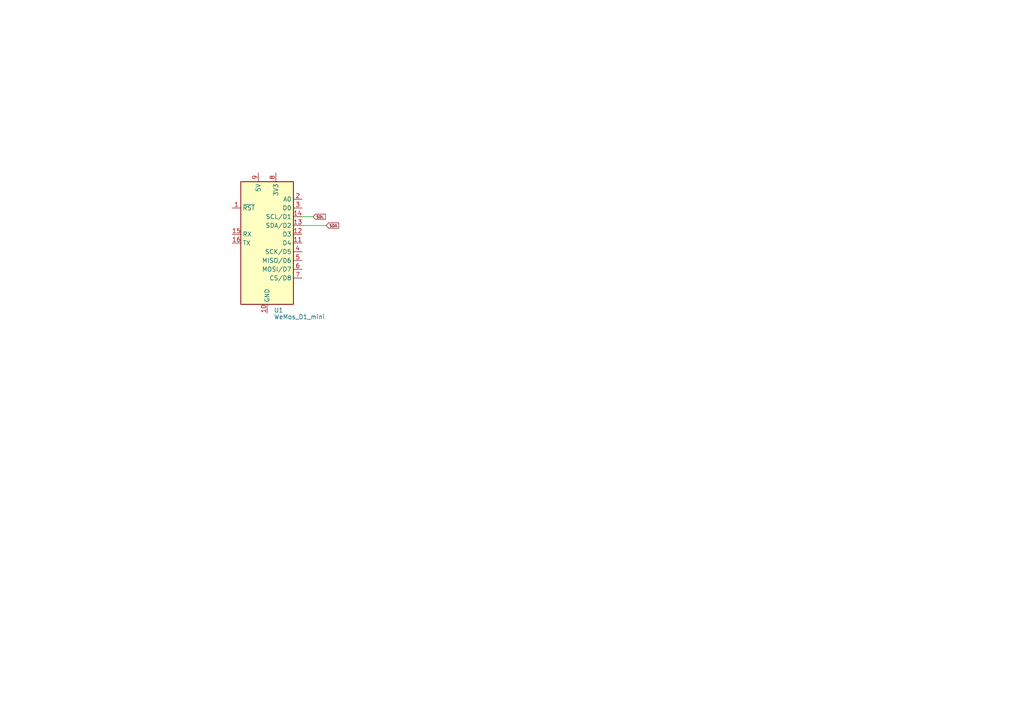
<source format=kicad_sch>
(kicad_sch (version 20230121) (generator eeschema)
  (paper "A4")
  (lib_symbols
    (symbol "MCU_Module:WeMos_D1_mini"
      (property "Reference" "U" (at 3.81 19.05 0))
      (property "Value" "WeMos_D1_mini" (at 1.27 -19.05 0))
      (symbol "WeMos_D1_mini_1_1"
        (rectangle (start -7.62 17.78) (end 7.62 -17.78) (stroke (width 0.254)) (fill (type background)))
        (pin input line (at -10.16 10.16 0) (length 2.54) (name "~{RST}") (number "1"))
        (pin power_in line (at 0 -20.32 90) (length 2.54) (name "GND") (number "10"))
        (pin bidirectional line (at 10.16 0 180) (length 2.54) (name "D4") (number "11"))
        (pin bidirectional line (at 10.16 2.54 180) (length 2.54) (name "D3") (number "12"))
        (pin bidirectional line (at 10.16 5.08 180) (length 2.54) (name "SDA/D2") (number "13"))
        (pin bidirectional line (at 10.16 7.62 180) (length 2.54) (name "SCL/D1") (number "14"))
        (pin input line (at -10.16 2.54 0) (length 2.54) (name "RX") (number "15"))
        (pin output line (at -10.16 0 0) (length 2.54) (name "TX") (number "16"))
        (pin input line (at 10.16 12.7 180) (length 2.54) (name "A0") (number "2"))
        (pin bidirectional line (at 10.16 10.16 180) (length 2.54) (name "D0") (number "3"))
        (pin bidirectional line (at 10.16 -2.54 180) (length 2.54) (name "SCK/D5") (number "4"))
        (pin bidirectional line (at 10.16 -5.08 180) (length 2.54) (name "MISO/D6") (number "5"))
        (pin bidirectional line (at 10.16 -7.62 180) (length 2.54) (name "MOSI/D7") (number "6"))
        (pin bidirectional line (at 10.16 -10.16 180) (length 2.54) (name "CS/D8") (number "7"))
        (pin power_out line (at 2.54 20.32 270) (length 2.54) (name "3V3") (number "8"))
        (pin power_in line (at -2.54 20.32 270) (length 2.54) (name "5V") (number "9"))
      )
    )
  )
  (wire (pts (xy 94.615 65.405) (xy 87.63 65.405)))
  (wire (pts (xy 90.805 62.865) (xy 87.63 62.865)))
  (global_label "SDL" (shape input) (at 90.805 62.865 0) (effects (font (size 0.77 0.77))) (property "Intersheetrefs" "${INTERSHEET_REFS}" (effects hide)))
  (global_label "SDA" (shape input) (at 94.615 65.405 0) (effects (font (size 0.77 0.77))) (property "Intersheetrefs" "${INTERSHEET_REFS}" (effects hide)))
  (symbol (lib_id "MCU_Module:WeMos_D1_mini") (at 77.47 70.485 0) (unit 1)
    (property "Reference" "U1" (at 79.4259 89.9875 0) (effects (justify left)))
    (property "Value" "WeMos_D1_mini" (at 79.4259 91.9085 0) (effects (justify left)))
    (property "Footprint" "Module:WEMOS_D1_mini_light" (effects hide))
    (property "Datasheet" "https://wiki.wemos.cc/products:d1:d1_mini#documentation" (effects hide))
  )
)
</source>
